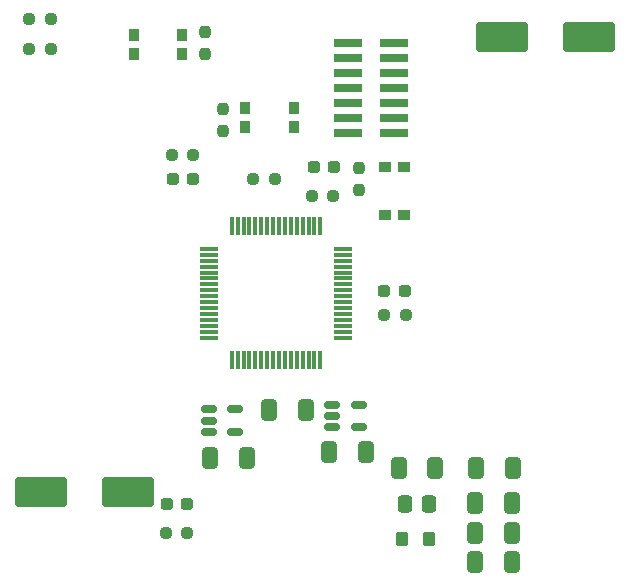
<source format=gbr>
%TF.GenerationSoftware,KiCad,Pcbnew,9.0.1*%
%TF.CreationDate,2025-05-19T14:00:56+02:00*%
%TF.ProjectId,1A_S6_Projet,31415f53-365f-4507-926f-6a65742e6b69,rev?*%
%TF.SameCoordinates,Original*%
%TF.FileFunction,Paste,Top*%
%TF.FilePolarity,Positive*%
%FSLAX46Y46*%
G04 Gerber Fmt 4.6, Leading zero omitted, Abs format (unit mm)*
G04 Created by KiCad (PCBNEW 9.0.1) date 2025-05-19 14:00:56*
%MOMM*%
%LPD*%
G01*
G04 APERTURE LIST*
G04 Aperture macros list*
%AMRoundRect*
0 Rectangle with rounded corners*
0 $1 Rounding radius*
0 $2 $3 $4 $5 $6 $7 $8 $9 X,Y pos of 4 corners*
0 Add a 4 corners polygon primitive as box body*
4,1,4,$2,$3,$4,$5,$6,$7,$8,$9,$2,$3,0*
0 Add four circle primitives for the rounded corners*
1,1,$1+$1,$2,$3*
1,1,$1+$1,$4,$5*
1,1,$1+$1,$6,$7*
1,1,$1+$1,$8,$9*
0 Add four rect primitives between the rounded corners*
20,1,$1+$1,$2,$3,$4,$5,0*
20,1,$1+$1,$4,$5,$6,$7,0*
20,1,$1+$1,$6,$7,$8,$9,0*
20,1,$1+$1,$8,$9,$2,$3,0*%
G04 Aperture macros list end*
%ADD10RoundRect,0.250000X-0.412500X-0.650000X0.412500X-0.650000X0.412500X0.650000X-0.412500X0.650000X0*%
%ADD11R,2.400000X0.740000*%
%ADD12RoundRect,0.150000X-0.512500X-0.150000X0.512500X-0.150000X0.512500X0.150000X-0.512500X0.150000X0*%
%ADD13RoundRect,0.237500X-0.250000X-0.237500X0.250000X-0.237500X0.250000X0.237500X-0.250000X0.237500X0*%
%ADD14R,0.900000X1.000000*%
%ADD15RoundRect,0.237500X-0.237500X0.250000X-0.237500X-0.250000X0.237500X-0.250000X0.237500X0.250000X0*%
%ADD16RoundRect,0.237500X-0.287500X-0.237500X0.287500X-0.237500X0.287500X0.237500X-0.287500X0.237500X0*%
%ADD17RoundRect,0.250000X-1.950000X-1.000000X1.950000X-1.000000X1.950000X1.000000X-1.950000X1.000000X0*%
%ADD18RoundRect,0.250000X-0.337500X-0.475000X0.337500X-0.475000X0.337500X0.475000X-0.337500X0.475000X0*%
%ADD19RoundRect,0.250000X-0.275000X-0.350000X0.275000X-0.350000X0.275000X0.350000X-0.275000X0.350000X0*%
%ADD20RoundRect,0.237500X0.237500X-0.250000X0.237500X0.250000X-0.237500X0.250000X-0.237500X-0.250000X0*%
%ADD21RoundRect,0.250000X0.412500X0.650000X-0.412500X0.650000X-0.412500X-0.650000X0.412500X-0.650000X0*%
%ADD22RoundRect,0.237500X0.250000X0.237500X-0.250000X0.237500X-0.250000X-0.237500X0.250000X-0.237500X0*%
%ADD23RoundRect,0.237500X0.287500X0.237500X-0.287500X0.237500X-0.287500X-0.237500X0.287500X-0.237500X0*%
%ADD24R,1.000000X0.900000*%
%ADD25RoundRect,0.075000X-0.700000X-0.075000X0.700000X-0.075000X0.700000X0.075000X-0.700000X0.075000X0*%
%ADD26RoundRect,0.075000X-0.075000X-0.700000X0.075000X-0.700000X0.075000X0.700000X-0.075000X0.700000X0*%
G04 APERTURE END LIST*
D10*
%TO.C,C4*%
X160455000Y-107040000D03*
X163580000Y-107040000D03*
%TD*%
D11*
%TO.C,J3*%
X156180000Y-71000000D03*
X160080000Y-71000000D03*
X156180000Y-72270000D03*
X160080000Y-72270000D03*
X156180000Y-73540000D03*
X160080000Y-73540000D03*
X156180000Y-74810000D03*
X160080000Y-74810000D03*
X156180000Y-76080000D03*
X160080000Y-76080000D03*
X156180000Y-77350000D03*
X160080000Y-77350000D03*
X156180000Y-78620000D03*
X160080000Y-78620000D03*
%TD*%
D10*
%TO.C,C12*%
X166937500Y-115000000D03*
X170062500Y-115000000D03*
%TD*%
D12*
%TO.C,U2*%
X154805000Y-101640000D03*
X154805000Y-102590000D03*
X154805000Y-103540000D03*
X157080000Y-103540000D03*
X157080000Y-101640000D03*
%TD*%
D13*
%TO.C,R6*%
X148167500Y-82540000D03*
X149992500Y-82540000D03*
%TD*%
D14*
%TO.C,SW1*%
X142130000Y-71927500D03*
X138030000Y-71927500D03*
X142130000Y-70327500D03*
X138030000Y-70327500D03*
%TD*%
D13*
%TO.C,R10*%
X140755000Y-112540000D03*
X142580000Y-112540000D03*
%TD*%
D15*
%TO.C,R11*%
X145580000Y-76640000D03*
X145580000Y-78465000D03*
%TD*%
D14*
%TO.C,SW2*%
X147480000Y-76540000D03*
X151580000Y-76540000D03*
X147480000Y-78140000D03*
X151580000Y-78140000D03*
%TD*%
D10*
%TO.C,C10*%
X144455000Y-106140000D03*
X147580000Y-106140000D03*
%TD*%
D13*
%TO.C,R2*%
X129175000Y-69000000D03*
X131000000Y-69000000D03*
%TD*%
D16*
%TO.C,D5*%
X153255000Y-81540000D03*
X155005000Y-81540000D03*
%TD*%
D17*
%TO.C,C1*%
X130180000Y-109040000D03*
X137580000Y-109040000D03*
%TD*%
D18*
%TO.C,C5*%
X160980000Y-110040000D03*
X163055000Y-110040000D03*
%TD*%
D13*
%TO.C,R8*%
X141255000Y-80540000D03*
X143080000Y-80540000D03*
%TD*%
D10*
%TO.C,C11*%
X166955000Y-112500000D03*
X170080000Y-112500000D03*
%TD*%
D19*
%TO.C,L1*%
X160717500Y-113040000D03*
X163017500Y-113040000D03*
%TD*%
D10*
%TO.C,C9*%
X166955000Y-110000000D03*
X170080000Y-110000000D03*
%TD*%
%TO.C,C7*%
X154580000Y-105640000D03*
X157705000Y-105640000D03*
%TD*%
D13*
%TO.C,R4*%
X153087500Y-84000000D03*
X154912500Y-84000000D03*
%TD*%
%TO.C,R3*%
X129175000Y-71500000D03*
X131000000Y-71500000D03*
%TD*%
D20*
%TO.C,R12*%
X144080000Y-71952500D03*
X144080000Y-70127500D03*
%TD*%
D10*
%TO.C,C6*%
X167017500Y-107040000D03*
X170142500Y-107040000D03*
%TD*%
D21*
%TO.C,C8*%
X152580000Y-102140000D03*
X149455000Y-102140000D03*
%TD*%
D20*
%TO.C,R7*%
X157080000Y-83452500D03*
X157080000Y-81627500D03*
%TD*%
D22*
%TO.C,R1*%
X161080000Y-94040000D03*
X159255000Y-94040000D03*
%TD*%
D23*
%TO.C,D1*%
X161005000Y-92040000D03*
X159255000Y-92040000D03*
%TD*%
D16*
%TO.C,D2*%
X141330000Y-82540000D03*
X143080000Y-82540000D03*
%TD*%
D24*
%TO.C,SW3*%
X160880000Y-81490000D03*
X160880000Y-85590000D03*
X159280000Y-81490000D03*
X159280000Y-85590000D03*
%TD*%
D16*
%TO.C,D4*%
X140830000Y-110040000D03*
X142580000Y-110040000D03*
%TD*%
D25*
%TO.C,U1*%
X144405000Y-88465000D03*
X144405000Y-88965000D03*
X144405000Y-89465000D03*
X144405000Y-89965000D03*
X144405000Y-90465000D03*
X144405000Y-90965000D03*
X144405000Y-91465000D03*
X144405000Y-91965000D03*
X144405000Y-92465000D03*
X144405000Y-92965000D03*
X144405000Y-93465000D03*
X144405000Y-93965000D03*
X144405000Y-94465000D03*
X144405000Y-94965000D03*
X144405000Y-95465000D03*
X144405000Y-95965000D03*
D26*
X146330000Y-97890000D03*
X146830000Y-97890000D03*
X147330000Y-97890000D03*
X147830000Y-97890000D03*
X148330000Y-97890000D03*
X148830000Y-97890000D03*
X149330000Y-97890000D03*
X149830000Y-97890000D03*
X150330000Y-97890000D03*
X150830000Y-97890000D03*
X151330000Y-97890000D03*
X151830000Y-97890000D03*
X152330000Y-97890000D03*
X152830000Y-97890000D03*
X153330000Y-97890000D03*
X153830000Y-97890000D03*
D25*
X155755000Y-95965000D03*
X155755000Y-95465000D03*
X155755000Y-94965000D03*
X155755000Y-94465000D03*
X155755000Y-93965000D03*
X155755000Y-93465000D03*
X155755000Y-92965000D03*
X155755000Y-92465000D03*
X155755000Y-91965000D03*
X155755000Y-91465000D03*
X155755000Y-90965000D03*
X155755000Y-90465000D03*
X155755000Y-89965000D03*
X155755000Y-89465000D03*
X155755000Y-88965000D03*
X155755000Y-88465000D03*
D26*
X153830000Y-86540000D03*
X153330000Y-86540000D03*
X152830000Y-86540000D03*
X152330000Y-86540000D03*
X151830000Y-86540000D03*
X151330000Y-86540000D03*
X150830000Y-86540000D03*
X150330000Y-86540000D03*
X149830000Y-86540000D03*
X149330000Y-86540000D03*
X148830000Y-86540000D03*
X148330000Y-86540000D03*
X147830000Y-86540000D03*
X147330000Y-86540000D03*
X146830000Y-86540000D03*
X146330000Y-86540000D03*
%TD*%
D12*
%TO.C,U4*%
X144362500Y-102050000D03*
X144362500Y-103000000D03*
X144362500Y-103950000D03*
X146637500Y-103950000D03*
X146637500Y-102050000D03*
%TD*%
D17*
%TO.C,C2*%
X169180000Y-70540000D03*
X176580000Y-70540000D03*
%TD*%
M02*

</source>
